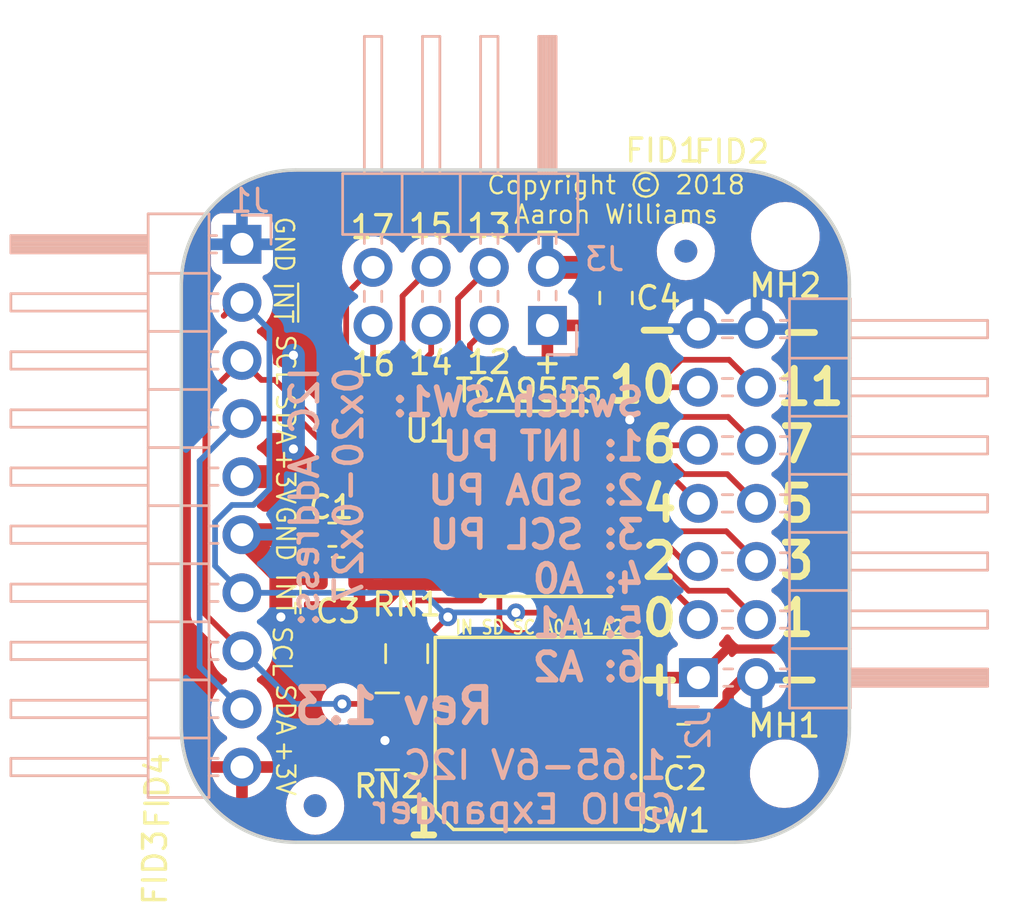
<source format=kicad_pcb>
(kicad_pcb (version 20221018) (generator pcbnew)
  (layers (0 "F.Cu" signal) (31 "B.Cu" signal) (34 "B.Paste" user) (35 "F.Paste" user) (36 "B.SilkS" user "B.Silkscreen") (37 "F.SilkS" user "F.Silkscreen") (38 "B.Mask" user) (39 "F.Mask" user) (44 "Edge.Cuts" user))
  (net 0 "")
  (net 1 "GND")
  (net 2 "+3V3")
  (net 3 "/P00")
  (net 4 "/P01")
  (net 5 "/P02")
  (net 6 "/P03")
  (net 7 "/P04")
  (net 8 "/P05")
  (net 9 "/P06")
  (net 10 "/P07")
  (net 11 "/P10")
  (net 12 "/P11")
  (net 13 "/P12")
  (net 14 "/P13")
  (net 15 "/P14")
  (net 16 "/P15")
  (net 17 "/P16")
  (net 18 "/P17")
  (net 19 "/~{INT}")
  (net 20 "/SDA")
  (net 21 "/SCL")
  (net 22 "/A2")
  (net 23 "/A1")
  (net 24 "/A0")
  (net 25 "/SCL_PU")
  (net 26 "/~{INT_PU}")
  (net 27 "/SDA_PU")
  (footprint "Resistor_SMD:R_Array_Convex_4x0603" (layer "F.Cu") (at 139.6 109.15 180)
    (fp_text reference "RN2" (at -0.05 -2.4 180) (layer "F.SilkS"))
    (fp_text value "10k")
    (pad "1" smd rect (at -0.9 -1.2 180) (size 0.8 0.5) (layers "F.Cu" "F.Paste" "F.Mask") (net 22 "/A2"))
    (pad "2" smd rect (at -0.9 -0.4 180) (size 0.8 0.4) (layers "F.Cu" "F.Paste" "F.Mask") (net 23 "/A1"))
    (pad "3" smd rect (at -0.9 0.4 180) (size 0.8 0.4) (layers "F.Cu" "F.Paste" "F.Mask") (net 24 "/A0"))
    (pad "4" smd rect (at -0.9 1.2 180) (size 0.8 0.5) (layers "F.Cu" "F.Paste" "F.Mask") (net 25 "/SCL_PU"))
    (pad "5" smd rect (at 0.9 1.2 180) (size 0.8 0.5) (layers "F.Cu" "F.Paste" "F.Mask") (net 21 "/SCL"))
    (pad "6" smd rect (at 0.9 0.4 180) (size 0.8 0.4) (layers "F.Cu" "F.Paste" "F.Mask") (net 1 "GND"))
    (pad "7" smd rect (at 0.9 -0.4 180) (size 0.8 0.4) (layers "F.Cu" "F.Paste" "F.Mask") (net 1 "GND"))
    (pad "8" smd rect (at 0.9 -1.2 180) (size 0.8 0.5) (layers "F.Cu" "F.Paste" "F.Mask") (net 1 "GND"))
  )
  (footprint "Aaron:SW_DIP_SPSTx06_Slide_GrayHill_97C06_W4.5mm_P1.27mm" (layer "F.Cu") (at 146.195 109.24)
    (fp_text reference "SW1" (at 6.005 3.81 180) (layer "F.SilkS"))
    (fp_text value "SW_DIP_x06")
    (pad "1" smd rect (at -3.175 3.075) (size 0.76 1.25) (layers "F.Cu" "F.Paste" "F.Mask") (net 2 "+3V3"))
    (pad "2" smd rect (at -1.905 3.075) (size 0.76 1.25) (layers "F.Cu" "F.Paste" "F.Mask") (net 2 "+3V3"))
    (pad "3" smd rect (at -0.635 3.075) (size 0.76 1.25) (layers "F.Cu" "F.Paste" "F.Mask") (net 2 "+3V3"))
    (pad "4" smd rect (at 0.635 3.075) (size 0.76 1.25) (layers "F.Cu" "F.Paste" "F.Mask") (net 2 "+3V3"))
    (pad "5" smd rect (at 1.905 3.075) (size 0.76 1.25) (layers "F.Cu" "F.Paste" "F.Mask") (net 2 "+3V3"))
    (pad "6" smd rect (at 3.175 3.075) (size 0.76 1.25) (layers "F.Cu" "F.Paste" "F.Mask") (net 2 "+3V3"))
    (pad "7" smd rect (at 3.175 -3.075) (size 0.76 1.25) (layers "F.Cu" "F.Paste" "F.Mask") (net 22 "/A2"))
    (pad "8" smd rect (at 1.905 -3.075) (size 0.76 1.25) (layers "F.Cu" "F.Paste" "F.Mask") (net 23 "/A1"))
    (pad "9" smd rect (at 0.635 -3.075) (size 0.76 1.25) (layers "F.Cu" "F.Paste" "F.Mask") (net 24 "/A0"))
    (pad "10" smd rect (at -0.635 -3.075) (size 0.76 1.25) (layers "F.Cu" "F.Paste" "F.Mask") (net 25 "/SCL_PU"))
    (pad "11" smd rect (at -1.905 -3.075) (size 0.76 1.25) (layers "F.Cu" "F.Paste" "F.Mask") (net 27 "/SDA_PU"))
    (pad "12" smd rect (at -3.175 -3.075) (size 0.76 1.25) (layers "F.Cu" "F.Paste" "F.Mask") (net 26 "/~{INT_PU}"))
  )
  (footprint "Capacitor_SMD:C_0805_2012Metric" (layer "F.Cu") (at 152.55 109.55)
    (fp_text reference "C2" (at 0.0625 1.65) (layer "F.SilkS"))
    (fp_text value "10uF")
    (pad "1" smd roundrect (at -0.9375 0) (size 0.975 1.4) (layers "F.Cu" "F.Paste" "F.Mask") (net 2 "+3V3"))
    (pad "2" smd roundrect (at 0.9375 0) (size 0.975 1.4) (layers "F.Cu" "F.Paste" "F.Mask") (net 1 "GND"))
  )
  (footprint "Fiducial:Fiducial_1mm_Dia_2.54mm_Outer_CopperTop" (layer "F.Cu") (at 152.65 88.15)
    (fp_text reference "FID1" (at -1 -4.4) (layer "F.SilkS"))
    (fp_text value "FIDUCIAL_1MM")
    (pad "~" smd circle (at 0 0) (size 1 1) (layers "F.Cu" "F.Mask") (clearance 0.77))
  )
  (footprint "Fiducial:Fiducial_1mm_Dia_2.54mm_Outer_CopperBottom" (layer "F.Cu") (at 152.65 88.15)
    (fp_text reference "FID2" (at 2 -4.35) (layer "F.SilkS"))
    (fp_text value "FIDUCIAL_1MM")
    (pad "~" smd circle (at 0 0) (size 1 1) (layers "B.Cu" "B.Mask") (clearance 0.77))
  )
  (footprint "Fiducial:Fiducial_1mm_Dia_2.54mm_Outer_CopperBottom" (layer "F.Cu") (at 136.45 112.4)
    (fp_text reference "FID3" (at -7 2.7 90) (layer "F.SilkS"))
    (fp_text value "FIDUCIAL_1MM")
    (pad "~" smd circle (at 0 0) (size 1 1) (layers "B.Cu" "B.Mask") (clearance 0.77))
  )
  (footprint "Capacitor_SMD:C_0603_1608Metric" (layer "F.Cu") (at 137.2 100.55 180)
    (fp_text reference "C1" (at 0.05 1.2 180) (layer "F.SilkS"))
    (fp_text value "1uF")
    (pad "1" smd roundrect (at -0.7875 0 180) (size 0.875 0.95) (layers "F.Cu" "F.Paste" "F.Mask") (net 2 "+3V3"))
    (pad "2" smd roundrect (at 0.7875 0 180) (size 0.875 0.95) (layers "F.Cu" "F.Paste" "F.Mask") (net 1 "GND"))
  )
  (footprint "Capacitor_SMD:C_0805_2012Metric" (layer "F.Cu") (at 149.6 90.2 90)
    (fp_text reference "C4" (at 0 1.85 180) (layer "F.SilkS"))
    (fp_text value "10uF")
    (pad "1" smd roundrect (at -0.9375 0 90) (size 0.975 1.4) (layers "F.Cu" "F.Paste" "F.Mask") (net 2 "+3V3"))
    (pad "2" smd roundrect (at 0.9375 0 90) (size 0.975 1.4) (layers "F.Cu" "F.Paste" "F.Mask") (net 1 "GND"))
  )
  (footprint "Capacitor_SMD:C_0805_2012Metric" (layer "F.Cu") (at 137.45 102.25 180)
    (fp_text reference "C3" (at 0 -1.65 180) (layer "F.SilkS"))
    (fp_text value "10uF")
    (pad "1" smd roundrect (at -0.9375 0 180) (size 0.975 1.4) (layers "F.Cu" "F.Paste" "F.Mask") (net 2 "+3V3"))
    (pad "2" smd roundrect (at 0.9375 0 180) (size 0.975 1.4) (layers "F.Cu" "F.Paste" "F.Mask") (net 1 "GND"))
  )
  (footprint "Resistor_SMD:R_Array_Concave_2x0603" (layer "F.Cu") (at 140.45 105.75 -90)
    (fp_text reference "RN1" (at -2.15 0) (layer "F.SilkS"))
    (fp_text value "R_Pack02")
    (pad "1" smd rect (at -0.85 -0.4 270) (size 0.9 0.4) (layers "F.Cu" "F.Paste" "F.Mask") (net 19 "/~{INT}"))
    (pad "2" smd rect (at -0.85 0.4 270) (size 0.9 0.4) (layers "F.Cu" "F.Paste" "F.Mask") (net 20 "/SDA"))
    (pad "3" smd rect (at 0.85 0.4 270) (size 0.9 0.4) (layers "F.Cu" "F.Paste" "F.Mask") (net 27 "/SDA_PU"))
    (pad "4" smd rect (at 0.85 -0.4 270) (size 0.9 0.4) (layers "F.Cu" "F.Paste" "F.Mask") (net 26 "/~{INT_PU}"))
  )
  (footprint "MountingHole:MountingHole_2.5mm" (layer "F.Cu") (at 157 87.5)
    (fp_text reference "MH2" (at 0 2.15 180) (layer "F.SilkS"))
    (fp_text value "MountingHole")
    (pad "" np_thru_hole circle (at 0 0) (size 2.5 2.5) (drill 2.5) (layers "*.Cu" "*.Mask"))
  )
  (footprint "MountingHole:MountingHole_2.5mm" (layer "F.Cu") (at 156.95 111)
    (fp_text reference "MH1" (at 0 -2.1) (layer "F.SilkS"))
    (fp_text value "MountingHole")
    (pad "" np_thru_hole circle (at 0 0) (size 2.5 2.5) (drill 2.5) (layers "*.Cu" "*.Mask"))
  )
  (footprint "Fiducial:Fiducial_1mm_Dia_2.54mm_Outer_CopperTop" (layer "F.Cu") (at 136.45 112.4)
    (fp_text reference "FID4" (at -6.9 -0.65 90) (layer "F.SilkS"))
    (fp_text value "FIDUCIAL_1MM")
    (pad "~" smd circle (at 0 0) (size 1 1) (layers "F.Cu" "F.Mask") (clearance 0.77))
  )
  (footprint "Package_SO:TSSOP-24_4.4x7.8mm_P0.65mm" (layer "F.Cu") (at 146 99.175 180)
    (fp_text reference "U1" (at 4.625 3.175 180) (layer "F.SilkS"))
    (fp_text value "TCA9555DBT")
    (pad "1" smd rect (at -2.85 -3.575 180) (size 1.1 0.4) (layers "F.Cu" "F.Paste" "F.Mask") (net 19 "/~{INT}"))
    (pad "2" smd rect (at -2.85 -2.925 180) (size 1.1 0.4) (layers "F.Cu" "F.Paste" "F.Mask") (net 23 "/A1"))
    (pad "3" smd rect (at -2.85 -2.275 180) (size 1.1 0.4) (layers "F.Cu" "F.Paste" "F.Mask") (net 22 "/A2"))
    (pad "4" smd rect (at -2.85 -1.625 180) (size 1.1 0.4) (layers "F.Cu" "F.Paste" "F.Mask") (net 3 "/P00"))
    (pad "5" smd rect (at -2.85 -0.975 180) (size 1.1 0.4) (layers "F.Cu" "F.Paste" "F.Mask") (net 4 "/P01"))
    (pad "6" smd rect (at -2.85 -0.325 180) (size 1.1 0.4) (layers "F.Cu" "F.Paste" "F.Mask") (net 5 "/P02"))
    (pad "7" smd rect (at -2.85 0.325 180) (size 1.1 0.4) (layers "F.Cu" "F.Paste" "F.Mask") (net 6 "/P03"))
    (pad "8" smd rect (at -2.85 0.975 180) (size 1.1 0.4) (layers "F.Cu" "F.Paste" "F.Mask") (net 7 "/P04"))
    (pad "9" smd rect (at -2.85 1.625 180) (size 1.1 0.4) (layers "F.Cu" "F.Paste" "F.Mask") (net 8 "/P05"))
    (pad "10" smd rect (at -2.85 2.275 180) (size 1.1 0.4) (layers "F.Cu" "F.Paste" "F.Mask") (net 9 "/P06"))
    (pad "11" smd rect (at -2.85 2.925 180) (size 1.1 0.4) (layers "F.Cu" "F.Paste" "F.Mask") (net 10 "/P07"))
    (pad "12" smd rect (at -2.85 3.575 180) (size 1.1 0.4) (layers "F.Cu" "F.Paste" "F.Mask") (net 1 "GND"))
    (pad "13" smd rect (at 2.85 3.575 180) (size 1.1 0.4) (layers "F.Cu" "F.Paste" "F.Mask") (net 11 "/P10"))
    (pad "14" smd rect (at 2.85 2.925 180) (size 1.1 0.4) (layers "F.Cu" "F.Paste" "F.Mask") (net 12 "/P11"))
    (pad "15" smd rect (at 2.85 2.275 180) (size 1.1 0.4) (layers "F.Cu" "F.Paste" "F.Mask") (net 13 "/P12"))
    (pad "16" smd rect (at 2.85 1.625 180) (size 1.1 0.4) (layers "F.Cu" "F.Paste" "F.Mask") (net 14 "/P13"))
    (pad "17" smd rect (at 2.85 0.975 180) (size 1.1 0.4) (layers "F.Cu" "F.Paste" "F.Mask") (net 15 "/P14"))
    (pad "18" smd rect (at 2.85 0.325 180) (size 1.1 0.4) (layers "F.Cu" "F.Paste" "F.Mask") (net 16 "/P15"))
    (pad "19" smd rect (at 2.85 -0.325 180) (size 1.1 0.4) (layers "F.Cu" "F.Paste" "F.Mask") (net 17 "/P16"))
    (pad "20" smd rect (at 2.85 -0.975 180) (size 1.1 0.4) (layers "F.Cu" "F.Paste" "F.Mask") (net 18 "/P17"))
    (pad "21" smd rect (at 2.85 -1.625 180) (size 1.1 0.4) (layers "F.Cu" "F.Paste" "F.Mask") (net 24 "/A0"))
    (pad "22" smd rect (at 2.85 -2.275 180) (size 1.1 0.4) (layers "F.Cu" "F.Paste" "F.Mask") (net 21 "/SCL"))
    (pad "23" smd rect (at 2.85 -2.925 180) (size 1.1 0.4) (layers "F.Cu" "F.Paste" "F.Mask") (net 20 "/SDA"))
    (pad "24" smd rect (at 2.85 -3.575 180) (size 1.1 0.4) (layers "F.Cu" "F.Paste" "F.Mask") (net 2 "+3V3"))
  )
  (footprint "Pin_Headers:Pin_Header_Angled_2x07_Pitch2.54mm" (layer "B.Cu") (at 153.2 106.8)
    (fp_text reference "J2" (at 0 2.3 90) (layer "B.SilkS") (effects (justify mirror)))
    (fp_text value "Conn_02x07_Odd_Even")
    (pad "1" thru_hole rect (at 0 0) (size 1.7 1.7) (drill 1) (layers "*.Cu" "*.Mask") (net 2 "+3V3"))
    (pad "2" thru_hole oval (at 2.54 0) (size 1.7 1.7) (drill 1) (layers "*.Cu" "*.Mask") (net 1 "GND"))
    (pad "3" thru_hole oval (at 0 -2.54) (size 1.7 1.7) (drill 1) (layers "*.Cu" "*.Mask") (net 3 "/P00"))
    (pad "4" thru_hole oval (at 2.54 -2.54) (size 1.7 1.7) (drill 1) (layers "*.Cu" "*.Mask") (net 4 "/P01"))
    (pad "5" thru_hole oval (at 0 -5.08) (size 1.7 1.7) (drill 1) (layers "*.Cu" "*.Mask") (net 5 "/P02"))
    (pad "6" thru_hole oval (at 2.54 -5.08) (size 1.7 1.7) (drill 1) (layers "*.Cu" "*.Mask") (net 6 "/P03"))
    (pad "7" thru_hole oval (at 0 -7.62) (size 1.7 1.7) (drill 1) (layers "*.Cu" "*.Mask") (net 7 "/P04"))
    (pad "8" thru_hole oval (at 2.54 -7.62) (size 1.7 1.7) (drill 1) (layers "*.Cu" "*.Mask") (net 8 "/P05"))
    (pad "9" thru_hole oval (at 0 -10.16) (size 1.7 1.7) (drill 1) (layers "*.Cu" "*.Mask") (net 9 "/P06"))
    (pad "10" thru_hole oval (at 2.54 -10.16) (size 1.7 1.7) (drill 1) (layers "*.Cu" "*.Mask") (net 10 "/P07"))
    (pad "11" thru_hole oval (at 0 -12.7) (size 1.7 1.7) (drill 1) (layers "*.Cu" "*.Mask") (net 11 "/P10"))
    (pad "12" thru_hole oval (at 2.54 -12.7) (size 1.7 1.7) (drill 1) (layers "*.Cu" "*.Mask") (net 12 "/P11"))
    (pad "13" thru_hole oval (at 0 -15.24) (size 1.7 1.7) (drill 1) (layers "*.Cu" "*.Mask") (net 1 "GND"))
    (pad "14" thru_hole oval (at 2.54 -15.24) (size 1.7 1.7) (drill 1) (layers "*.Cu" "*.Mask") (net 1 "GND"))
  )
  (footprint "Pin_Headers:Pin_Header_Angled_2x04_Pitch2.54mm" (layer "B.Cu") (at 146.6 91.4 90)
    (fp_text reference "J3" (at 2.9 2.5 180) (layer "B.SilkS") (effects (justify mirror)))
    (fp_text value "Conn_02x04_Odd_Even")
    (pad "1" thru_hole rect (at 0 0 90) (size 1.7 1.7) (drill 1) (layers "*.Cu" "*.Mask") (net 2 "+3V3"))
    (pad "2" thru_hole oval (at 2.54 0 90) (size 1.7 1.7) (drill 1) (layers "*.Cu" "*.Mask") (net 1 "GND"))
    (pad "3" thru_hole oval (at 0 -2.54 90) (size 1.7 1.7) (drill 1) (layers "*.Cu" "*.Mask") (net 13 "/P12"))
    (pad "4" thru_hole oval (at 2.54 -2.54 90) (size 1.7 1.7) (drill 1) (layers "*.Cu" "*.Mask") (net 14 "/P13"))
    (pad "5" thru_hole oval (at 0 -5.08 90) (size 1.7 1.7) (drill 1) (layers "*.Cu" "*.Mask") (net 15 "/P14"))
    (pad "6" thru_hole oval (at 2.54 -5.08 90) (size 1.7 1.7) (drill 1) (layers "*.Cu" "*.Mask") (net 16 "/P15"))
    (pad "7" thru_hole oval (at 0 -7.62 90) (size 1.7 1.7) (drill 1) (layers "*.Cu" "*.Mask") (net 17 "/P16"))
    (pad "8" thru_hole oval (at 2.54 -7.62 90) (size 1.7 1.7) (drill 1) (layers "*.Cu" "*.Mask") (net 18 "/P17"))
  )
  (footprint "Pin_Headers:Pin_Header_Angled_1x10_Pitch2.54mm" (layer "B.Cu") (at 133.25 87.85 180)
    (fp_text reference "J1" (at -0.35 1.9 180) (layer "B.SilkS") (effects (justify mirror)))
    (fp_text value "Conn_01x10")
    (pad "1" thru_hole rect (at 0 0 180) (size 1.7 1.7) (drill 1) (layers "*.Cu" "*.Mask") (net 1 "GND"))
    (pad "2" thru_hole oval (at 0 -2.54 180) (size 1.7 1.7) (drill 1) (layers "*.Cu" "*.Mask") (net 19 "/~{INT}"))
    (pad "3" thru_hole oval (at 0 -5.08 180) (size 1.7 1.7) (drill 1) (layers "*.Cu" "*.Mask") (net 21 "/SCL"))
    (pad "4" thru_hole oval (at 0 -7.62 180) (size 1.7 1.7) (drill 1) (layers "*.Cu" "*.Mask") (net 20 "/SDA"))
    (pad "5" thru_hole oval (at 0 -10.16 180) (size 1.7 1.7) (drill 1) (layers "*.Cu" "*.Mask") (net 2 "+3V3"))
    (pad "6" thru_hole oval (at 0 -12.7 180) (size 1.7 1.7) (drill 1) (layers "*.Cu" "*.Mask") (net 1 "GND"))
    (pad "7" thru_hole oval (at 0 -15.24 180) (size 1.7 1.7) (drill 1) (layers "*.Cu" "*.Mask") (net 19 "/~{INT}"))
    (pad "8" thru_hole oval (at 0 -17.78 180) (size 1.7 1.7) (drill 1) (layers "*.Cu" "*.Mask") (net 21 "/SCL"))
    (pad "9" thru_hole oval (at 0 -20.32 180) (size 1.7 1.7) (drill 1) (layers "*.Cu" "*.Mask") (net 20 "/SDA"))
    (pad "10" thru_hole oval (at 0 -22.86 180) (size 1.7 1.7) (drill 1) (layers "*.Cu" "*.Mask") (net 2 "+3V3"))
  )
  (gr_line (start 159.8 109) (end 159.8 89.6) (stroke (width 0.15)) (layer "Edge.Cuts"))
  (gr_arc (start 135.6 114) (mid 132.064466 112.535534) (end 130.6 109) (stroke (width 0.15)) (layer "Edge.Cuts"))
  (gr_arc (start 130.6 89.6) (mid 132.064466 86.064466) (end 135.6 84.6) (stroke (width 0.15)) (layer "Edge.Cuts"))
  (gr_arc (start 159.8 109) (mid 158.335534 112.535534) (end 154.8 114) (stroke (width 0.15)) (layer "Edge.Cuts"))
  (gr_line (start 154.8 84.6) (end 135.6 84.6) (stroke (width 0.15)) (layer "Edge.Cuts"))
  (gr_line (start 135.6 114) (end 154.8 114) (stroke (width 0.15)) (layer "Edge.Cuts"))
  (gr_arc (start 154.8 84.6) (mid 158.335534 86.064466) (end 159.8 89.6) (stroke (width 0.15)) (layer "Edge.Cuts"))
  (gr_line (start 130.6 89.6) (end 130.6 109) (stroke (width 0.15)) (layer "Edge.Cuts"))
  (gr_text "I2C Address:\n0x20-0x27" (at 136.95 93.1 90) (layer "B.SilkS") (effects (font (size 1.2 1.2) (thickness 0.2)) (justify left mirror)))
  (gr_text "1.65-6V I2C \nGPIO Expander" (at 145.6 111.6) (layer "B.SilkS") (effects (font (size 1.2 1.2) (thickness 0.2)) (justify mirror)))
  (gr_text "Rev 1.3" (at 139.9 108.05) (layer "B.SilkS") (effects (font (size 1.5 1.5) (thickness 0.3)) (justify mirror)))
  (gr_text "Switch SW1:\n1: INT PU\n2: SDA PU\n3: SCL PU\n4: A0\n5: A1\n6: A2" (at 150.95 100.55) (layer "B.SilkS") (effects (font (size 1.2 1.2) (thickness 0.25)) (justify left mirror)))
  (gr_text "Copyright © 2018\nAaron Williams" (at 149.6 85.9) (layer "F.SilkS") (effects (font (size 0.8 0.8) (thickness 0.1))))
  (gr_text "16" (at 139 93.1) (layer "F.SilkS") (effects (font (size 1 1))))
  (gr_text "SCL" (at 135 105.65 270) (layer "F.SilkS") (effects (font (size 0.8 0.8) (thickness 0.1))))
  (gr_text "1" (at 141.2 113) (layer "F.SilkS") (effects (font (size 1.5 1.5) (thickness 0.3))))
  (gr_text "2" (at 151.5 101.7) (layer "F.SilkS") (effects (font (size 1.5 1.5) (thickness 0.3))))
  (gr_text "3" (at 157.5 101.7) (layer "F.SilkS") (effects (font (size 1.5 1.5) (thickness 0.3))))
  (gr_text "11" (at 158.1 94.1) (layer "F.SilkS") (effects (font (size 1.5 1.5) (thickness 0.3))))
  (gr_text "17" (at 138.95 87.1) (layer "F.SilkS") (effects (font (size 1 1))))
  (gr_text "0" (at 151.5 104.2) (layer "F.SilkS") (effects (font (size 1.5 1.5) (thickness 0.3))))
  (gr_text "SDA" (at 135.15 108.2 270) (layer "F.SilkS") (effects (font (size 0.8 0.8) (thickness 0.1))))
  (gr_text "12" (at 144.05 93) (layer "F.SilkS") (effects (font (size 1 1))))
  (gr_text "1" (at 157.5 104.2) (layer "F.SilkS") (effects (font (size 1.5 1.5) (thickness 0.3))))
  (gr_text "TCA9555" (at 145.8 94.25) (layer "F.SilkS") (effects (font (size 1 1))))
  (gr_text "15" (at 141.5 87.05) (layer "F.SilkS") (effects (font (size 1 1))))
  (gr_text "10" (at 150.75 94) (layer "F.SilkS") (effects (font (size 1.5 1.5) (thickness 0.3))))
  (gr_text "+3V" (at 135.15 98 270) (layer "F.SilkS") (effects (font (size 0.8 0.8) (thickness 0.1))))
  (gr_text "GND" (at 135.1 87.85 270) (layer "F.SilkS") (effects (font (size 0.8 0.8) (thickness 0.1))))
  (gr_text "GND" (at 135.15 100.5 270) (layer "F.SilkS") (effects (font (size 0.8 0.8) (thickness 0.1))))
  (gr_text "7" (at 157.5 96.6) (layer "F.SilkS") (effects (font (size 1.5 1.5) (thickness 0.3))))
  (gr_text "+" (at 146.6 93) (layer "F.SilkS") (effects (font (size 1 1))))
  (gr_text "4" (at 151.5 99.2) (layer "F.SilkS") (effects (font (size 1.5 1.5) (thickness 0.3))))
  (gr_text "+3V" (at 135.15 110.75 270) (layer "F.SilkS") (effects (font (size 0.8 0.8) (thickness 0.1))))
  (gr_text "+" (at 151.5 106.8) (layer "F.SilkS") (effects (font (size 1.5 1.5) (thickness 0.3))))
  (gr_text "-" (at 151.4 91.5) (layer "F.SilkS") (effects (font (size 1.5 1.5) (thickness 0.3))))
  (gr_text "~{INT}" (at 135.05 90.4 270) (layer "F.SilkS") (effects (font (size 0.8 0.8) (thickness 0.1))))
  (gr_text "5" (at 157.5 99.2) (layer "F.SilkS") (effects (font (size 1.5 1.5) (thickness 0.3))))
  (gr_text "6" (at 151.5 96.6) (layer "F.SilkS") (effects (font (size 1.5 1.5) (thickness 0.3))))
  (gr_text "-" (at 157.6 106.8) (layer "F.SilkS") (effects (font (size 1.5 1.5) (thickness 0.3))))
  (gr_text "SDA" (at 135.15 95.5 270) (layer "F.SilkS") (effects (font (size 0.8 0.8) (thickness 0.1))))
  (gr_text "-" (at 146.6 87.25) (layer "F.SilkS") (effects (font (size 1 1))))
  (gr_text "IN SD SC A0 A1 A2" (at 146.25 104.6) (layer "F.SilkS") (effects (font (size 0.6 0.5) (thickness 0.1))))
  (gr_text "SCL" (at 135.15 92.9 270) (layer "F.SilkS") (effects (font (size 0.8 0.8) (thickness 0.1))))
  (gr_text "~{INT}" (at 135.15 103.15 270) (layer "F.SilkS") (effects (font (size 0.8 0.8) (thickness 0.1))))
  (gr_text "14" (at 141.5 93.05) (layer "F.SilkS") (effects (font (size 1 1))))
  (gr_text "-" (at 157.7 91.6) (layer "F.SilkS") (effects (font (size 1.5 1.5) (thickness 0.3))))
  (gr_text "13" (at 144.05 87.05) (layer "F.SilkS") (effects (font (size 1 1))))
  (segment (start 146.6 88.86) (end 149.1975 88.86) (width 1) (layer "F.Cu") (net 1))
  (segment (start 138.7 109.55) (end 139.499908 109.55) (width 0.5) (layer "F.Cu") (net 1))
  (segment (start 138.7 109.55) (end 138.7 110.35) (width 0.5) (layer "F.Cu") (net 1))
  (segment (start 153.4875 108.8625) (end 154.5 107.85) (width 0.5) (layer "F.Cu") (net 1))
  (segment (start 153.4875 109.55) (end 153.4875 108.9625) (width 0.5) (layer "F.Cu") (net 1))
  (segment (start 136.4125 100.55) (end 136.4125 102.15) (width 1) (layer "F.Cu") (net 1))
  (segment (start 134.95 102.25) (end 136.5125 102.25) (width 1) (layer "F.Cu") (net 1))
  (segment (start 138.7 108.75) (end 138.7 109.55) (width 0.5) (layer "F.Cu") (net 1))
  (segment (start 136.5125 100.65) (end 136.4125 100.55) (width 0.5) (layer "F.Cu") (net 1))
  (segment (start 153.4875 108.9625) (end 153.65 108.8) (width 0.5) (layer "F.Cu") (net 1))
  (segment (start 149.1975 88.86) (end 149.6 89.2625) (width 1) (layer "F.Cu") (net 1))
  (segment (start 154.5 107.85) (end 154.5 107.5) (width 0.5) (layer "F.Cu") (net 1))
  (segment (start 154.5 107.5) (end 155.2 106.8) (width 0.5) (layer "F.Cu") (net 1))
  (segment (start 134.95 102.25) (end 134.95 104.15) (width 1) (layer "F.Cu") (net 1))
  (segment (start 136.4125 100.55) (end 133.25 100.55) (width 1) (layer "F.Cu") (net 1))
  (segment (start 133.25 100.55) (end 134.95 102.25) (width 1) (layer "F.Cu") (net 1))
  (segment (start 148.87499 95.52501) (end 150.2 95.52501) (width 0.25) (layer "F.Cu") (net 1))
  (segment (start 153.4875 108.9625) (end 153.4875 108.8625) (width 0.5) (layer "F.Cu") (net 1))
  (segment (start 155.2 106.8) (end 155.74 106.8) (width 0.5) (layer "F.Cu") (net 1))
  (segment (start 136.4125 102.15) (end 136.5125 102.25) (width 1) (layer "F.Cu") (net 1))
  (segment (start 148.8 95.6) (end 148.87499 95.52501) (width 0.25) (layer "F.Cu") (net 1))
  (via (at 134.95 104.15) (size 0.8) (drill 0.4) (layers "F.Cu" "B.Cu") (net 1))
  (via (at 150.2 95.52501) (size 0.8) (drill 0.4) (layers "F.Cu" "B.Cu") (net 1))
  (via (at 139.499908 109.55) (size 0.8) (drill 0.4) (layers "F.Cu" "B.Cu") (net 1))
  (segment (start 137.9875 100.55) (end 137.9875 101.85) (width 1) (layer "F.Cu") (net 2))
  (segment (start 137.9875 99.975) (end 137.9875 100.55) (width 1) (layer "F.Cu") (net 2))
  (segment (start 154.45 105.55) (end 157.05 105.55) (width 0.4) (layer "F.Cu") (net 2))
  (segment (start 133.25 98.01) (end 136.0225 98.01) (width 1) (layer "F.Cu") (net 2))
  (segment (start 136.0225 98.01) (end 137.9875 99.975) (width 1) (layer "F.Cu") (net 2))
  (segment (start 138.8875 102.75) (end 138.3875 102.25) (width 0.5) (layer "F.Cu") (net 2))
  (segment (start 143.15 102.75) (end 138.8875 102.75) (width 0.5) (layer "F.Cu") (net 2))
  (segment (start 153.2 106.8) (end 154.45 105.55) (width 0.4) (layer "F.Cu") (net 2))
  (segment (start 137.9875 101.85) (end 138.3875 102.25) (width 1) (layer "F.Cu") (net 2))
  (via (at 135.5 96.8) (size 0.8) (drill 0.4) (layers "F.Cu" "B.Cu") (net 2))
  (via (at 135.5 92.7) (size 0.8) (drill 0.4) (layers "F.Cu" "B.Cu") (net 2))
  (segment (start 135.5 92.7) (end 135.5 96.8) (width 1) (layer "B.Cu") (net 2))
  (segment (start 153.2 104.090585) (end 149.909415 100.8) (width 0.25) (layer "F.Cu") (net 3))
  (segment (start 149.909415 100.8) (end 149.8 100.8) (width 0.25) (layer "F.Cu") (net 3))
  (segment (start 149.85 100.8) (end 149.8 100.8) (width 0.25) (layer "F.Cu") (net 3))
  (segment (start 153.2 104.26) (end 153.2 104.090585) (width 0.25) (layer "F.Cu") (net 3))
  (segment (start 149.8 100.8) (end 148.8 100.8) (width 0.25) (layer "F.Cu") (net 3))
  (segment (start 154.48 103) (end 152.772822 103) (width 0.25) (layer "F.Cu") (net 4))
  (segment (start 152.772822 103) (end 149.922822 100.15) (width 0.25) (layer "F.Cu") (net 4))
  (segment (start 155.74 104.26) (end 154.48 103) (width 0.25) (layer "F.Cu") (net 4))
  (segment (start 149.922822 100.15) (end 148.8 100.15) (width 0.25) (layer "F.Cu") (net 4))
  (segment (start 153.18 101.7) (end 152.545643 101.7) (width 0.25) (layer "F.Cu") (net 5))
  (segment (start 153.2 101.72) (end 153.18 101.7) (width 0.25) (layer "F.Cu") (net 5))
  (segment (start 152.545643 101.7) (end 150.345643 99.5) (width 0.25) (layer "F.Cu") (net 5))
  (segment (start 150.345643 99.5) (end 148.8 99.5) (width 0.25) (layer "F.Cu") (net 5))
  (segment (start 150.332054 98.85) (end 148.8 98.85) (width 0.25) (layer "F.Cu") (net 6))
  (segment (start 155.74 101.72) (end 154.42 100.4) (width 0.25) (layer "F.Cu") (net 6))
  (segment (start 151.882054 100.4) (end 150.332054 98.85) (width 0.25) (layer "F.Cu") (net 6))
  (segment (start 154.42 100.4) (end 151.882054 100.4) (width 0.25) (layer "F.Cu") (net 6))
  (segment (start 153.2 99.18) (end 152.22 98.2) (width 0.25) (layer "F.Cu") (net 7))
  (segment (start 152.22 98.2) (end 148.8 98.2) (width 0.25) (layer "F.Cu") (net 7))
  (segment (start 155.74 99.18) (end 154.46 97.9) (width 0.25) (layer "F.Cu") (net 8))
  (segment (start 152.206411 97.55) (end 148.8 97.55) (width 0.25) (layer "F.Cu") (net 8))
  (segment (start 154.46 97.9) (end 152.556411 97.9) (width 0.25) (layer "F.Cu") (net 8))
  (segment (start 152.556411 97.9) (end 152.206411 97.55) (width 0.25) (layer "F.Cu") (net 8))
  (segment (start 153.2 96.64) (end 151.997919 96.64) (width 0.25) (layer "F.Cu") (net 9))
  (segment (start 151.737919 96.9) (end 148.8 96.9) (width 0.25) (layer "F.Cu") (net 9))
  (segment (start 151.997919 96.64) (end 151.737919 96.9) (width 0.25) (layer "F.Cu") (net 9))
  (segment (start 155.74 96.64) (end 154.5 95.4) (width 0.25) (layer "F.Cu") (net 10))
  (segment (start 150.548002 96.250012) (end 148.800012 96.250012) (width 0.25) (layer "F.Cu") (net 10))
  (segment (start 151.398014 95.4) (end 150.548002 96.250012) (width 0.25) (layer "F.Cu") (net 10))
  (segment (start 148.800012 96.250012) (end 148.8 96.25) (width 0.25) (layer "F.Cu") (net 10))
  (segment (start 154.5 95.4) (end 151.398014 95.4) (width 0.25) (layer "F.Cu") (net 10))
  (segment (start 143.2 95.6) (end 144 94.8) (width 0.25) (layer "F.Cu") (net 11))
  (segment (start 151.997919 94.1) (end 153.2 94.1) (width 0.25) (layer "F.Cu") (net 11))
  (segment (start 144 94.8) (end 151.297919 94.8) (width 0.25) (layer "F.Cu") (net 11))
  (segment (start 151.297919 94.8) (end 151.997919 94.1) (width 0.25) (layer "F.Cu") (net 11))
  (segment (start 155.74 94.1) (end 154.54 92.9) (width 0.25) (layer "F.Cu") (net 12))
  (segment (start 142.074999 95.974966) (end 142.350033 96.25) (width 0.25) (layer "F.Cu") (net 12))
  (segment (start 142.074999 95.189999) (end 142.074999 95.974966) (width 0.25) (layer "F.Cu") (net 12))
  (segment (start 142.350033 96.25) (end 143.2 96.25) (width 0.25) (layer "F.Cu") (net 12))
  (segment (start 154.54 92.9) (end 152.45 92.9) (width 0.25) (layer "F.Cu") (net 12))
  (segment (start 143.1 94.164998) (end 142.074999 95.189999) (width 0.25) (layer "F.Cu") (net 12))
  (segment (start 151.185002 94.164998) (end 152.45 92.9) (width 0.25) (layer "F.Cu") (net 12))
  (segment (start 143.1 94.164998) (end 151.185002 94.164998) (width 0.25) (layer "F.Cu") (net 12))
  (segment (start 141.625122 96.007572) (end 141.624988 96.007438) (width 0.25) (layer "F.Cu") (net 13))
  (segment (start 141.624988 96.007438) (end 141.624988 95.003599) (width 0.25) (layer "F.Cu") (net 13))
  (segment (start 141.624988 95.003599) (end 143.210001 93.418586) (width 0.25) (layer "F.Cu") (net 13))
  (segment (start 142.15 96.9) (end 141.625122 96.375122) (width 0.25) (layer "F.Cu") (net 13))
  (segment (start 143.210001 92.249999) (end 144.06 91.4) (width 0.25) (layer "F.Cu") (net 13))
  (segment (start 143.2 96.9) (end 142.15 96.9) (width 0.25) (layer "F.Cu") (net 13))
  (segment (start 143.210001 93.418586) (end 143.210001 92.249999) (width 0.25) (layer "F.Cu") (net 13))
  (segment (start 141.625122 96.375122) (end 141.625122 96.007572) (width 0.25) (layer "F.Cu") (net 13))
  (segment (start 142.695001 92.868588) (end 142.695001 90.224999) (width 0.25) (layer "F.Cu") (net 14))
  (segment (start 141.174977 94.388612) (end 142.695001 92.868588) (width 0.25) (layer "F.Cu") (net 14))
  (segment (start 143.2 97.55) (end 142.15 97.55) (width 0.25) (layer "F.Cu") (net 14))
  (segment (start 142.15 97.55) (end 141.175111 96.575111) (width 0.25) (layer "F.Cu") (net 14))
  (segment (start 143.210001 89.709999) (end 144.06 88.86) (width 0.25) (layer "F.Cu") (net 14))
  (segment (start 141.174977 96.193838) (end 141.174977 94.388612) (width 0.25) (layer "F.Cu") (net 14))
  (segment (start 142.695001 90.224999) (end 143.210001 89.709999) (width 0.25) (layer "F.Cu") (net 14))
  (segment (start 141.175111 96.193972) (end 141.174977 96.193838) (width 0.25) (layer "F.Cu") (net 14))
  (segment (start 141.175111 96.575111) (end 141.175111 96.193972) (width 0.25) (layer "F.Cu") (net 14))
  (segment (start 140.719707 96.769707) (end 140.719707 93.402374) (width 0.25) (layer "F.Cu") (net 15))
  (segment (start 141.52 92.602081) (end 141.52 91.4) (width 0.25) (layer "F.Cu") (net 15))
  (segment (start 143.2 98.2) (end 142.15 98.2) (width 0.25) (layer "F.Cu") (net 15))
  (segment (start 142.15 98.2) (end 140.719707 96.769707) (width 0.25) (layer "F.Cu") (net 15))
  (segment (start 140.719707 93.402374) (end 141.52 92.602081) (width 0.25) (layer "F.Cu") (net 15))
  (segment (start 142.15 98.85) (end 143.2 98.85) (width 0.25) (layer "F.Cu") (net 16))
  (segment (start 141.52 88.86) (end 140.269696 90.110304) (width 0.25) (layer "F.Cu") (net 16))
  (segment (start 140.269696 96.969696) (end 142.15 98.85) (width 0.25) (layer "F.Cu") (net 16))
  (segment (start 140.269696 90.110304) (end 140.269696 96.969696) (width 0.25) (layer "F.Cu") (net 16))
  (segment (start 143.2 98.85) (end 142.369338 98.85) (width 0.25) (layer "F.Cu") (net 16))
  (segment (start 142.15 99.5) (end 138.98 96.33) (width 0.25) (layer "F.Cu") (net 17))
  (segment (start 143.2 99.5) (end 142.15 99.5) (width 0.25) (layer "F.Cu") (net 17))
  (segment (start 138.98 96.33) (end 138.98 91.4) (width 0.25) (layer "F.Cu") (net 17))
  (segment (start 138.130001 89.709999) (end 138.98 88.86) (width 0.25) (layer "F.Cu") (net 18))
  (segment (start 137.804999 95.804999) (end 137.804999 90.035001) (width 0.25) (layer "F.Cu") (net 18))
  (segment (start 143.2 100.15) (end 142.15 100.15) (width 0.25) (layer "F.Cu") (net 18))
  (segment (start 142.15 100.15) (end 137.804999 95.804999) (width 0.25) (layer "F.Cu") (net 18))
  (segment (start 137.804999 90.035001) (end 138.130001 89.709999) (width 0.25) (layer "F.Cu") (net 18))
  (segment (start 148.85 102.75) (end 148.85 103.2) (width 0.25) (layer "F.Cu") (net 19))
  (segment (start 141.5 104.9) (end 142.25 104.15) (width 0.25) (layer "F.Cu") (net 19))
  (segment (start 148.85 103.2) (end 148.091146 103.958854) (width 0.25) (layer "F.Cu") (net 19))
  (segment (start 132.450001 90.979999) (end 133.3 90.13) (width 0.25) (layer "F.Cu") (net 19))
  (segment (start 148.091146 103.958854) (end 145.22501 103.958854) (width 0.25) (layer "F.Cu") (net 19))
  (segment (start 132.550001 90.689999) (end 133.4 89.84) (width 0.25) (layer "F.Cu") (net 19))
  (segment (start 140.85 104.9) (end 141.5 104.9) (width 0.25) (layer "F.Cu") (net 19))
  (via (at 145.22501 103.958854) (size 0.8) (drill 0.4) (layers "F.Cu" "B.Cu") (net 19))
  (via (at 142.25 104.15) (size 0.8) (drill 0.4) (layers "F.Cu" "B.Cu") (net 19))
  (segment (start 132.074999 101.914999) (end 132.400001 102.240001) (width 0.25) (layer "B.Cu") (net 19))
  (segment (start 134.45 91.59) (end 134.45 98.549002) (width 0.25) (layer "B.Cu") (net 19))
  (segment (start 132.074999 99.985999) (end 132.074999 101.914999) (width 0.25) (layer "B.Cu") (net 19))
  (segment (start 142.25 104.15) (end 141.19 103.09) (width 0.25) (layer "B.Cu") (net 19))
  (segment (start 132.400001 102.240001) (end 133.25 103.09) (width 0.25) (layer "B.Cu") (net 19))
  (segment (start 145.216156 103.95) (end 145.22501 103.958854) (width 0.25) (layer "B.Cu") (net 19))
  (segment (start 133.749002 99.25) (end 132.810998 99.25) (width 0.25) (layer "B.Cu") (net 19))
  (segment (start 141.19 103.09) (end 133.25 103.09) (width 0.25) (layer "B.Cu") (net 19))
  (segment (start 142.25 103.95) (end 145.216156 103.95) (width 0.25) (layer "B.Cu") (net 19))
  (segment (start 132.810998 99.25) (end 132.074999 99.985999) (width 0.25) (layer "B.Cu") (net 19))
  (segment (start 134.45 98.549002) (end 133.749002 99.25) (width 0.25) (layer "B.Cu") (net 19))
  (segment (start 133.25 90.39) (end 134.45 91.59) (width 0.25) (layer "B.Cu") (net 19))
  (segment (start 143.15 102.1) (end 143.95 102.1) (width 0.25) (layer "F.Cu") (net 20))
  (segment (start 143.15 102.1) (end 142.35 102.1) (width 0.25) (layer "F.Cu") (net 20))
  (segment (start 143.95 102.1) (end 144.049989 102.199989) (width 0.25) (layer "F.Cu") (net 20))
  (segment (start 142.35 102.1) (end 135.72 95.47) (width 0.25) (layer "F.Cu") (net 20))
  (segment (start 135.72 95.47) (end 133.25 95.47) (width 0.25) (layer "F.Cu") (net 20))
  (segment (start 140.825002 103.424998) (end 140.05 104.2) (width 0.25) (layer "F.Cu") (net 20))
  (segment (start 140.05 104.2) (end 140.05 104.9) (width 0.25) (layer "F.Cu") (net 20))
  (segment (start 144.049989 102.199989) (end 144.049989 103.077009) (width 0.25) (layer "F.Cu") (net 20))
  (segment (start 143.702 103.424998) (end 140.825002 103.424998) (width 0.25) (layer "F.Cu") (net 20))
  (segment (start 144.049989 103.077009) (end 143.702 103.424998) (width 0.25) (layer "F.Cu") (net 20))
  (segment (start 131.399989 106.319989) (end 131.399989 97.320011) (width 0.25) (layer "B.Cu") (net 20))
  (segment (start 131.399989 97.320011) (end 132.400001 96.319999) (width 0.25) (layer "B.Cu") (net 20))
  (segment (start 133.25 108.17) (end 131.399989 106.319989) (width 0.25) (layer "B.Cu") (net 20))
  (segment (start 132.400001 96.319999) (end 133.25 95.47) (width 0.25) (layer "B.Cu") (net 20))
  (segment (start 142.35 101.45) (end 134.679999 93.779999) (width 0.25) (layer "F.Cu") (net 21))
  (segment (start 131.65 94.53) (end 131.65 104.03) (width 0.25) (layer "F.Cu") (net 21))
  (segment (start 134.099999 93.779999) (end 133.25 92.93) (width 0.25) (layer "F.Cu") (net 21))
  (segment (start 143.15 101.45) (end 142.35 101.45) (width 0.25) (layer "F.Cu") (net 21))
  (segment (start 132.400001 104.780001) (end 133.25 105.63) (width 0.25) (layer "F.Cu") (net 21))
  (segment (start 137.628583 107.95) (end 137.628559 107.949976) (width 0.25) (layer "F.Cu") (net 21))
  (segment (start 133.25 92.93) (end 131.65 94.53) (width 0.25) (layer "F.Cu") (net 21))
  (segment (start 138.7 107.95) (end 137.628583 107.95) (width 0.25) (layer "F.Cu") (net 21))
  (segment (start 134.679999 93.779999) (end 134.099999 93.779999) (width 0.25) (layer "F.Cu") (net 21))
  (segment (start 131.65 104.03) (end 132.400001 104.780001) (width 0.25) (layer "F.Cu") (net 21))
  (via (at 137.628559 107.949976) (size 0.8) (drill 0.4) (layers "F.Cu" "B.Cu") (net 21))
  (segment (start 135.569976 107.949976) (end 137.628559 107.949976) (width 0.25) (layer "B.Cu") (net 21))
  (segment (start 133.25 105.63) (end 135.569976 107.949976) (width 0.25) (layer "B.Cu") (net 21))
  (segment (start 149.37 105.29) (end 149.37 106.165) (width 0.25) (layer "F.Cu") (net 22))
  (segment (start 141.15 110.35) (end 142.9 108.6) (width 0.25) (layer "F.Cu") (net 22))
  (segment (start 149.65 101.45) (end 150.225013 102.025013) (width 0.25) (layer "F.Cu") (net 22))
  (segment (start 149.37 106.41) (end 149.37 106.165) (width 0.25) (layer "F.Cu") (net 22))
  (segment (start 148.85 101.45) (end 149.65 101.45) (width 0.25) (layer "F.Cu") (net 22))
  (segment (start 150.225013 104.434987) (end 149.37 105.29) (width 0.25) (layer "F.Cu") (net 22))
  (segment (start 140.5 110.35) (end 141.15 110.35) (width 0.25) (layer "F.Cu") (net 22))
  (segment (start 142.9 108.6) (end 147.18 108.6) (width 0.25) (layer "F.Cu") (net 22))
  (segment (start 147.18 108.6) (end 149.37 106.41) (width 0.25) (layer "F.Cu") (net 22))
  (segment (start 150.225013 102.025013) (end 150.225013 104.434987) (width 0.25) (layer "F.Cu") (net 22))
  (segment (start 142.6 108.1) (end 146.41 108.1) (width 0.25) (layer "F.Cu") (net 23))
  (segment (start 146.41 108.1) (end 148.1 106.41) (width 0.25) (layer "F.Cu") (net 23))
  (segment (start 149.65 102.1) (end 149.775002 102.225002) (width 0.25) (layer "F.Cu") (net 23))
  (segment (start 149.775002 102.225002) (end 149.775002 104.244998) (width 0.25) (layer "F.Cu") (net 23))
  (segment (start 141.15 109.55) (end 142.6 108.1) (width 0.25) (layer "F.Cu") (net 23))
  (segment (start 148.1 105.92) (end 148.1 106.165) (width 0.25) (layer "F.Cu") (net 23))
  (segment (start 140.5 109.55) (end 141.15 109.55) (width 0.25) (layer "F.Cu") (net 23))
  (segment (start 148.1 106.41) (end 148.1 106.165) (width 0.25) (layer "F.Cu") (net 23))
  (segment (start 148.85 102.1) (end 149.65 102.1) (width 0.25) (layer "F.Cu") (net 23))
  (segment (start 149.775002 104.244998) (end 148.1 105.92) (width 0.25) (layer "F.Cu") (net 23))
  (segment (start 142.250001 107.649999) (end 145.590001 107.649999) (width 0.25) (layer "F.Cu") (net 24))
  (segment (start 143.95 100.8) (end 144.499999 101.349999) (width 0.25) (layer "F.Cu") (net 24))
  (segment (start 146.83 106.28) (end 146.83 106.7) (width 0.25) (layer "F.Cu") (net 24))
  (segment (start 144.499999 104.349999) (end 145 104.85) (width 0.25) (layer "F.Cu") (net 24))
  (segment (start 144.499999 101.349999) (end 144.499999 104.349999) (width 0.25) (layer "F.Cu") (net 24))
  (segment (start 146.83 105.92) (end 146.83 106.165) (width 0.25) (layer "F.Cu") (net 24))
  (segment (start 146.15 104.85) (end 146.83 105.53) (width 0.25) (layer "F.Cu") (net 24))
  (segment (start 145 104.85) (end 146.15 104.85) (width 0.25) (layer "F.Cu") (net 24))
  (segment (start 141.15 108.75) (end 142.250001 107.649999) (width 0.25) (layer "F.Cu") (net 24))
  (segment (start 145.590001 107.649999) (end 146.83 106.41) (width 0.25) (layer "F.Cu") (net 24))
  (segment (start 146.83 106.41) (end 146.83 106.165) (width 0.25) (layer "F.Cu") (net 24))
  (segment (start 143.15 100.8) (end 143.95 100.8) (width 0.25) (layer "F.Cu") (net 24))
  (segment (start 146.83 105.53) (end 146.83 106.165) (width 0.25) (layer "F.Cu") (net 24))
  (segment (start 140.5 108.75) (end 141.15 108.75) (width 0.25) (layer "F.Cu") (net 24))
  (segment (start 144.770011 107.199989) (end 145.56 106.41) (width 0.25) (layer "F.Cu") (net 25))
  (segment (start 140.5 107.95) (end 141.313589 107.95) (width 0.25) (layer "F.Cu") (net 25))
  (segment (start 145.56 106.41) (end 145.56 106.165) (width 0.25) (layer "F.Cu") (net 25))
  (segment (start 141.313589 107.95) (end 142.0636 107.199989) (width 0.25) (layer "F.Cu") (net 25))
  (segment (start 142.0636 107.199989) (end 144.770011 107.199989) (width 0.25) (layer "F.Cu") (net 25))
  (segment (start 143.02 106.165) (end 141.285 106.165) (width 0.25) (layer "F.Cu") (net 26))
  (segment (start 141.285 106.165) (end 140.85 106.6) (width 0.25) (layer "F.Cu") (net 26))
  (segment (start 142.379999 105.214999) (end 141.880008 105.71499) (width 0.25) (layer "F.Cu") (net 27))
  (segment (start 144.29 105.92) (end 143.584999 105.214999) (width 0.25) (layer "F.Cu") (net 27))
  (segment (start 143.584999 105.214999) (end 142.379999 105.214999) (width 0.25) (layer "F.Cu") (net 27))
  (segment (start 141.880008 105.71499) (end 140.23501 105.71499) (width 0.25) (layer "F.Cu") (net 27))
  (segment (start 140.23501 105.71499) (end 140.05 105.9) (width 0.25) (layer "F.Cu") (net 27))
  (segment (start 140.05 105.9) (end 140.05 106.6) (width 0.25) (layer "F.Cu") (net 27))
  (segment (start 144.29 106.165) (end 144.29 105.92) (width 0.25) (layer "F.Cu") (net 27))
  (segment (start 144.29 106.7) (end 144.2655 106.6755) (width 0.25) (layer "F.Cu") (net 27))
  (zone (net 2) (net_name "+3V3") (layer "F.Cu") (connect_pads (clearance 0.508)) (min_thickness 0.254) (fill yes (thermal_gap 0.508) (thermal_bridge_width 0.508))
    (polygon (pts (xy 130.6 84.6) (xy 130.6 114) (xy 159.8 114) (xy 159.8 84.6)))
  )
  (zone (net 1) (net_name "GND") (layer "B.Cu") (connect_pads (clearance 0.508)) (min_thickness 0.254) (fill yes (thermal_gap 0.508) (thermal_bridge_width 0.508))
    (polygon (pts (xy 159.8 84.6) (xy 159.8 114) (xy 130.6 114) (xy 130.6 84.6)))
  )
)
</source>
